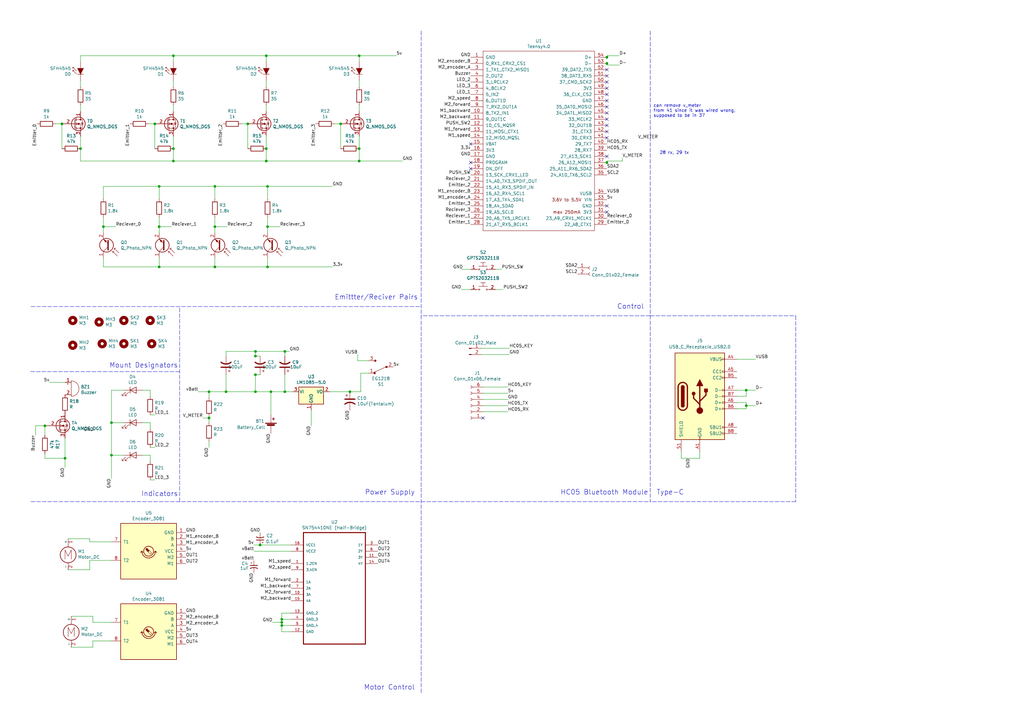
<source format=kicad_sch>
(kicad_sch (version 20211123) (generator eeschema)
  (paper "A3")
  (lib_symbols
    (symbol "Connector:Conn_01x02_Female" (pin_names (offset 1.016) hide)
      (property "Reference" "J" (at 0 2.54 0))
      (property "Value" "Conn_01x02_Female" (at 0 -5.08 0))
      (symbol "Conn_01x02_Female_1_1"
        (pin passive line (at -5.08 0 0) (length 3.81) (name "Pin_1") (number "1"))
        (pin passive line (at -5.08 -2.54 0) (length 3.81) (name "Pin_2") (number "2"))
      )
    )
    (symbol "Connector:Conn_01x02_Male" (pin_names (offset 1.016) hide)
      (property "Reference" "J" (at 0 2.54 0))
      (property "Value" "Conn_01x02_Male" (at 0 -5.08 0))
      (symbol "Conn_01x02_Male_1_1"
        (pin passive line (at 5.08 0 180) (length 3.81) (name "Pin_1") (number "1"))
        (pin passive line (at 5.08 -2.54 180) (length 3.81) (name "Pin_2") (number "2"))
      )
    )
    (symbol "Connector:Conn_01x06_Female" (pin_names (offset 1.016) hide)
      (property "Reference" "J" (at 0 7.62 0))
      (property "Value" "Conn_01x06_Female" (at 0 -10.16 0))
      (symbol "Conn_01x06_Female_1_1"
        (pin passive line (at -5.08 5.08 0) (length 3.81) (name "Pin_1") (number "1"))
        (pin passive line (at -5.08 2.54 0) (length 3.81) (name "Pin_2") (number "2"))
        (pin passive line (at -5.08 0 0) (length 3.81) (name "Pin_3") (number "3"))
        (pin passive line (at -5.08 -2.54 0) (length 3.81) (name "Pin_4") (number "4"))
        (pin passive line (at -5.08 -5.08 0) (length 3.81) (name "Pin_5") (number "5"))
        (pin passive line (at -5.08 -7.62 0) (length 3.81) (name "Pin_6") (number "6"))
      )
    )
    (symbol "Connector:USB_C_Receptacle_USB2.0" (pin_names (offset 1.016))
      (property "Reference" "J" (at -10.16 19.05 0))
      (property "Value" "USB_C_Receptacle_USB2.0" (at 19.05 19.05 0))
      (symbol "USB_C_Receptacle_USB2.0_1_1"
        (pin passive line (at 0 -22.86 90) (length 5.08) (name "GND") (number "A1"))
        (pin passive line (at 0 -22.86 90) (length 5.08) hide (name "GND") (number "A12"))
        (pin passive line (at 15.24 15.24 180) (length 5.08) (name "VBUS") (number "A4"))
        (pin bidirectional line (at 15.24 10.16 180) (length 5.08) (name "CC1") (number "A5"))
        (pin bidirectional line (at 15.24 -2.54 180) (length 5.08) (name "D+") (number "A6"))
        (pin bidirectional line (at 15.24 2.54 180) (length 5.08) (name "D-") (number "A7"))
        (pin bidirectional line (at 15.24 -12.7 180) (length 5.08) (name "SBU1") (number "A8"))
        (pin passive line (at 15.24 15.24 180) (length 5.08) hide (name "VBUS") (number "A9"))
        (pin passive line (at 0 -22.86 90) (length 5.08) hide (name "GND") (number "B1"))
        (pin passive line (at 0 -22.86 90) (length 5.08) hide (name "GND") (number "B12"))
        (pin passive line (at 15.24 15.24 180) (length 5.08) hide (name "VBUS") (number "B4"))
        (pin bidirectional line (at 15.24 7.62 180) (length 5.08) (name "CC2") (number "B5"))
        (pin bidirectional line (at 15.24 -5.08 180) (length 5.08) (name "D+") (number "B6"))
        (pin bidirectional line (at 15.24 0 180) (length 5.08) (name "D-") (number "B7"))
        (pin bidirectional line (at 15.24 -15.24 180) (length 5.08) (name "SBU2") (number "B8"))
        (pin passive line (at 15.24 15.24 180) (length 5.08) hide (name "VBUS") (number "B9"))
        (pin passive line (at -7.62 -22.86 90) (length 5.08) (name "SHIELD") (number "S1"))
      )
    )
    (symbol "Device:R" (pin_numbers hide) (pin_names (offset 0))
      (property "Reference" "R" (at 2.032 0 90))
      (property "Value" "R" (at 0 0 90))
      (symbol "R_1_1"
        (pin passive line (at 0 3.81 270) (length 1.27) (name "~") (number "1"))
        (pin passive line (at 0 -3.81 90) (length 1.27) (name "~") (number "2"))
      )
    )
    (symbol "SN754410NE:SN754410NE" (pin_names (offset 1.016))
      (property "Reference" "U" (at -5.6388 22.225 0))
      (property "Value" "SN754410NE" (at -5.4102 -27.8892 0))
      (symbol "SN754410NE_0_0"
        (pin input line (at -17.78 7.62 0) (length 5.08) (name "1,2EN") (number "1"))
        (pin input line (at -17.78 -5.08 0) (length 5.08) (name "3A") (number "10"))
        (pin output line (at 17.78 10.16 180) (length 5.08) (name "3Y") (number "11"))
        (pin passive line (at -17.78 -20.32 0) (length 5.08) (name "GND") (number "12"))
        (pin passive line (at -17.78 -12.7 0) (length 5.08) (name "GND_2") (number "13"))
        (pin output line (at 17.78 7.62 180) (length 5.08) (name "4Y") (number "14"))
        (pin input line (at -17.78 -7.62 0) (length 5.08) (name "4A") (number "15"))
        (pin power_in line (at -17.78 15.24 0) (length 5.08) (name "VCC1") (number "16"))
        (pin input line (at -17.78 0 0) (length 5.08) (name "1A") (number "2"))
        (pin output line (at 17.78 15.24 180) (length 5.08) (name "1Y") (number "3"))
        (pin passive line (at -17.78 -15.24 0) (length 5.08) (name "GND_3") (number "4"))
        (pin passive line (at -17.78 -17.78 0) (length 5.08) (name "GND_4") (number "5"))
        (pin output line (at 17.78 12.7 180) (length 5.08) (name "2Y") (number "6"))
        (pin input line (at -17.78 -2.54 0) (length 5.08) (name "2A") (number "7"))
        (pin power_in line (at -17.78 12.7 0) (length 5.08) (name "VCC2") (number "8"))
        (pin input line (at -17.78 5.08 0) (length 5.08) (name "3,4EN") (number "9"))
      )
    )
    (symbol "encoder_3081:Encoder_3081" (pin_names (offset 1.016))
      (property "Reference" "U" (at -5.08 14.605 0))
      (property "Value" "Encoder_3081" (at -5.08 12.7 0))
      (symbol "Encoder_3081_1_1"
        (pin power_out line (at 15.24 7.62 180) (length 3.81) (name "GND") (number "1"))
        (pin output line (at 15.24 5.08 180) (length 3.81) (name "B") (number "2"))
        (pin output line (at 15.24 2.54 180) (length 3.81) (name "A") (number "3"))
        (pin power_in line (at 15.24 0 180) (length 3.81) (name "VCC") (number "4"))
        (pin input line (at 15.24 -2.54 180) (length 3.81) (name "M2") (number "5"))
        (pin passive line (at 15.24 -5.08 180) (length 3.81) (name "M1") (number "6"))
        (pin passive line (at -15.24 3.81 0) (length 3.81) (name "T1") (number "7"))
        (pin passive line (at -15.24 -3.81 0) (length 3.81) (name "T2") (number "8"))
      )
    )
    (symbol "mouse-rescue:EG1218-dk_Slide-Switches" (pin_names (offset 0))
      (property "Reference" "S" (at -3.81 2.286 0))
      (property "Value" "EG1218-dk_Slide-Switches" (at 0 -5.334 0))
      (symbol "EG1218-dk_Slide-Switches_1_1"
        (pin passive line (at 5.08 2.54 180) (length 2.54) (name "~") (number "1"))
        (pin passive line (at -5.08 0 0) (length 2.54) (name "~") (number "2"))
        (pin passive line (at 5.08 -2.54 180) (length 2.54) (name "~") (number "3"))
      )
    )
    (symbol "mouse_v2-rescue:Battery_Cell-Device" (pin_numbers hide) (pin_names (offset 0) hide)
      (property "Reference" "BT" (at 2.54 2.54 0))
      (property "Value" "Battery_Cell-Device" (at 2.54 0 0))
      (symbol "Battery_Cell-Device_1_1"
        (pin passive line (at 0 5.08 270) (length 2.54) (name "+") (number "1"))
        (pin passive line (at 0 -2.54 90) (length 2.54) (name "-") (number "2"))
      )
    )
    (symbol "mouse_v2-rescue:Buzzer-Device" (pin_names (offset 0.0254) hide)
      (property "Reference" "BZ" (at 3.81 1.27 0))
      (property "Value" "Buzzer-Device" (at 3.81 -1.27 0))
      (symbol "Buzzer-Device_1_1"
        (pin passive line (at -2.54 2.54 0) (length 2.54) (name "-") (number "1"))
        (pin passive line (at -2.54 -2.54 0) (length 2.54) (name "+") (number "2"))
      )
    )
    (symbol "mouse_v2-rescue:CP1-Device" (pin_numbers hide) (pin_names (offset 0.254) hide)
      (property "Reference" "C" (at 0.635 2.54 0))
      (property "Value" "CP1-Device" (at 0.635 -2.54 0))
      (symbol "CP1-Device_1_1"
        (pin passive line (at 0 3.81 270) (length 2.794) (name "~") (number "1"))
        (pin passive line (at 0 -3.81 90) (length 3.302) (name "~") (number "2"))
      )
    )
    (symbol "mouse_v2-rescue:CP1_Small-Device" (pin_numbers hide) (pin_names (offset 0.254) hide)
      (property "Reference" "C" (at 0.254 1.778 0))
      (property "Value" "CP1_Small-Device" (at 0.254 -2.032 0))
      (symbol "CP1_Small-Device_1_1"
        (pin passive line (at 0 2.54 270) (length 2.032) (name "~") (number "1"))
        (pin passive line (at 0 -2.54 90) (length 2.032) (name "~") (number "2"))
      )
    )
    (symbol "mouse_v2-rescue:GPTS203211B-dk_Pushbutton-Switches" (pin_names (offset 1.016))
      (property "Reference" "S" (at -3.81 3.81 0))
      (property "Value" "GPTS203211B-dk_Pushbutton-Switches" (at 0 -2.54 0))
      (symbol "GPTS203211B-dk_Pushbutton-Switches_1_1"
        (pin passive line (at -5.08 0 0) (length 2.54) (name "~") (number "1"))
        (pin passive line (at 5.08 0 180) (length 2.54) (name "~") (number "2"))
      )
    )
    (symbol "mouse_v2-rescue:IRL81A-LED" (pin_numbers hide) (pin_names (offset 1.016) hide)
      (property "Reference" "D" (at 0.508 1.778 0))
      (property "Value" "IRL81A-LED" (at -1.016 -2.794 0))
      (symbol "IRL81A-LED_1_1"
        (pin passive line (at -5.08 0 0) (length 2.54) (name "K") (number "1"))
        (pin passive line (at 2.54 0 180) (length 2.54) (name "A") (number "2"))
      )
    )
    (symbol "mouse_v2-rescue:LED-Device" (pin_numbers hide) (pin_names (offset 1.016) hide)
      (property "Reference" "D" (at 0 2.54 0))
      (property "Value" "LED-Device" (at 0 -2.54 0))
      (symbol "LED-Device_1_1"
        (pin passive line (at -3.81 0 0) (length 2.54) (name "K") (number "1"))
        (pin passive line (at 3.81 0 180) (length 2.54) (name "A") (number "2"))
      )
    )
    (symbol "mouse_v2-rescue:LM1084-5.0-Regulator_Linear" (pin_names (offset 0.254))
      (property "Reference" "U" (at -3.81 3.175 0))
      (property "Value" "LM1084-5.0-Regulator_Linear" (at 0 3.175 0))
      (symbol "LM1084-5.0-Regulator_Linear_1_1"
        (pin power_in line (at 0 -7.62 90) (length 2.54) (name "GND") (number "1"))
        (pin power_out line (at 7.62 0 180) (length 2.54) (name "VO") (number "2"))
        (pin power_in line (at -7.62 0 0) (length 2.54) (name "VI") (number "3"))
      )
    )
    (symbol "mouse_v2-rescue:Motor_DC-Motor" (pin_names (offset 0))
      (property "Reference" "M" (at 2.54 2.54 0))
      (property "Value" "Motor_DC-Motor" (at 2.54 -5.08 0))
      (symbol "Motor_DC-Motor_1_1"
        (pin passive line (at 0 5.08 270) (length 2.54) (name "+") (number "1"))
        (pin passive line (at 0 -7.62 90) (length 2.54) (name "-") (number "2"))
      )
    )
    (symbol "mouse_v2-rescue:MountingHole-Mechanical" (pin_names (offset 1.016))
      (property "Reference" "H" (at 0 5.08 0))
      (property "Value" "MountingHole-Mechanical" (at 0 3.175 0))
    )
    (symbol "mouse_v2-rescue:Q_NMOS_DGS-Device" (pin_names (offset 0) hide)
      (property "Reference" "Q" (at 5.08 1.27 0))
      (property "Value" "Q_NMOS_DGS-Device" (at 5.08 -1.27 0))
      (symbol "Q_NMOS_DGS-Device_1_1"
        (pin passive line (at 2.54 5.08 270) (length 2.54) (name "D") (number "1"))
        (pin input line (at -5.08 0 0) (length 5.08) (name "G") (number "2"))
        (pin passive line (at 2.54 -5.08 90) (length 2.54) (name "S") (number "3"))
      )
    )
    (symbol "mouse_v2-rescue:Q_Photo_NPN-Device" (pin_names (offset 0) hide)
      (property "Reference" "Q" (at 5.08 1.27 0))
      (property "Value" "Q_Photo_NPN-Device" (at 5.08 -1.27 0))
      (symbol "Q_Photo_NPN-Device_1_1"
        (pin passive line (at 2.54 5.08 270) (length 2.54) (name "C") (number "1"))
        (pin passive line (at 2.54 -5.08 90) (length 2.54) (name "E") (number "2"))
      )
    )
    (symbol "mouse_v2-rescue:R-Device" (pin_numbers hide) (pin_names (offset 0))
      (property "Reference" "R" (at 2.032 0 90))
      (property "Value" "R-Device" (at 0 0 90))
      (symbol "R-Device_1_1"
        (pin passive line (at 0 3.81 270) (length 1.27) (name "~") (number "1"))
        (pin passive line (at 0 -3.81 90) (length 1.27) (name "~") (number "2"))
      )
    )
    (symbol "teensy:Teensy4.0" (pin_names (offset 1.016))
      (property "Reference" "U" (at 0 39.37 0))
      (property "Value" "Teensy4.0" (at 0 -39.37 0))
      (symbol "Teensy4.0_0_0"
        (text "3.6V to 5.5V" (at 11.43 -24.13 0) (effects (font (size 1.27 1.27))))
        (text "max 250mA" (at 11.43 -29.21 0) (effects (font (size 1.27 1.27))))
        (pin bidirectional line (at -27.94 11.43 0) (length 5.08) (name "8_TX2_IN1") (number "10"))
        (pin bidirectional line (at -27.94 8.89 0) (length 5.08) (name "9_OUT1C") (number "11"))
        (pin bidirectional line (at -27.94 6.35 0) (length 5.08) (name "10_CS_MQSR") (number "12"))
        (pin bidirectional line (at -27.94 3.81 0) (length 5.08) (name "11_MOSI_CTX1") (number "13"))
        (pin bidirectional line (at -27.94 1.27 0) (length 5.08) (name "12_MISO_MQSL") (number "14"))
        (pin power_in line (at -27.94 -1.27 0) (length 5.08) (name "VBAT") (number "15"))
        (pin power_in line (at -27.94 -3.81 0) (length 5.08) (name "3V3") (number "16"))
        (pin power_in line (at -27.94 -6.35 0) (length 5.08) (name "GND") (number "17"))
        (pin input line (at -27.94 -8.89 0) (length 5.08) (name "PROGRAM") (number "18"))
        (pin input line (at -27.94 -11.43 0) (length 5.08) (name "ON_OFF") (number "19"))
        (pin bidirectional line (at -27.94 -13.97 0) (length 5.08) (name "13_SCK_CRX1_LED") (number "20"))
        (pin bidirectional line (at -27.94 -16.51 0) (length 5.08) (name "14_A0_TX3_SPDIF_OUT") (number "21"))
        (pin bidirectional line (at -27.94 -19.05 0) (length 5.08) (name "15_A1_RX3_SPDIF_IN") (number "22"))
        (pin bidirectional line (at -27.94 -21.59 0) (length 5.08) (name "16_A2_RX4_SCL1") (number "23"))
        (pin bidirectional line (at -27.94 -24.13 0) (length 5.08) (name "17_A3_TX4_SDA1") (number "24"))
        (pin bidirectional line (at -27.94 -26.67 0) (length 5.08) (name "18_A4_SDA0") (number "25"))
        (pin bidirectional line (at -27.94 -29.21 0) (length 5.08) (name "19_A5_SCL0") (number "26"))
        (pin bidirectional line (at -27.94 -31.75 0) (length 5.08) (name "20_A6_TX5_LRCLK1") (number "27"))
        (pin bidirectional line (at -27.94 -34.29 0) (length 5.08) (name "21_A7_RX5_BCLK1") (number "28"))
        (pin bidirectional line (at 27.94 -34.29 180) (length 5.08) (name "22_A8_CTX1") (number "29"))
        (pin bidirectional line (at 27.94 -31.75 180) (length 5.08) (name "23_A9_CRX1_MCLK1") (number "30"))
        (pin power_out line (at 27.94 -29.21 180) (length 5.08) (name "3V3") (number "31"))
        (pin power_in line (at 27.94 -26.67 180) (length 5.08) (name "GND") (number "32"))
        (pin power_in line (at 27.94 -24.13 180) (length 5.08) (name "VIN") (number "33"))
        (pin power_out line (at 27.94 -21.59 180) (length 5.08) (name "VUSB") (number "34"))
        (pin bidirectional line (at 27.94 -13.97 180) (length 5.08) (name "24_A10_TX6_SCL2") (number "35"))
        (pin bidirectional line (at 27.94 -11.43 180) (length 5.08) (name "25_A11_RX6_SDA2") (number "36"))
        (pin bidirectional line (at 27.94 -8.89 180) (length 5.08) (name "26_A12_MOSI1") (number "37"))
        (pin bidirectional line (at 27.94 -6.35 180) (length 5.08) (name "27_A13_SCK1") (number "38"))
        (pin bidirectional line (at 27.94 -3.81 180) (length 5.08) (name "28_RX7") (number "39"))
        (pin bidirectional line (at 27.94 -1.27 180) (length 5.08) (name "29_TX7") (number "40"))
        (pin bidirectional line (at 27.94 1.27 180) (length 5.08) (name "30_CRX3") (number "41"))
        (pin bidirectional line (at 27.94 3.81 180) (length 5.08) (name "31_CTX3") (number "42"))
        (pin bidirectional line (at 27.94 6.35 180) (length 5.08) (name "32_OUT1B") (number "43"))
        (pin bidirectional line (at 27.94 8.89 180) (length 5.08) (name "33_MCLK2") (number "44"))
        (pin bidirectional line (at 27.94 11.43 180) (length 5.08) (name "34_DAT1_MISO2") (number "45"))
        (pin bidirectional line (at 27.94 13.97 180) (length 5.08) (name "35_DAT0_MOSI2") (number "46"))
        (pin power_out line (at 27.94 16.51 180) (length 5.08) (name "GND") (number "47"))
        (pin bidirectional line (at 27.94 19.05 180) (length 5.08) (name "36_CLK_CS2") (number "48"))
        (pin power_out line (at 27.94 21.59 180) (length 5.08) (name "3V3") (number "49"))
        (pin bidirectional line (at -27.94 24.13 0) (length 5.08) (name "3_LRCLK2") (number "5"))
        (pin bidirectional line (at 27.94 24.13 180) (length 5.08) (name "37_CMD_SCK2") (number "50"))
        (pin bidirectional line (at 27.94 26.67 180) (length 5.08) (name "38_DAT3_RX5") (number "51"))
        (pin bidirectional line (at 27.94 29.21 180) (length 5.08) (name "39_DAT2_TX5") (number "52"))
        (pin bidirectional line (at 27.94 31.75 180) (length 5.08) (name "D-") (number "53"))
        (pin bidirectional line (at 27.94 34.29 180) (length 5.08) (name "D+") (number "54"))
        (pin bidirectional line (at -27.94 21.59 0) (length 5.08) (name "4_BCLK2") (number "6"))
        (pin bidirectional line (at -27.94 19.05 0) (length 5.08) (name "5_IN2") (number "7"))
        (pin bidirectional line (at -27.94 16.51 0) (length 5.08) (name "6_OUT1D") (number "8"))
        (pin bidirectional line (at -27.94 13.97 0) (length 5.08) (name "7_RX2_OUT1A") (number "9"))
      )
      (symbol "Teensy4.0_1_1"
        (pin power_in line (at -27.94 34.29 0) (length 5.08) (name "GND") (number "1"))
        (pin bidirectional line (at -27.94 31.75 0) (length 5.08) (name "0_RX1_CRX2_CS1") (number "2"))
        (pin bidirectional line (at -27.94 29.21 0) (length 5.08) (name "1_TX1_CTX2_MISO1") (number "3"))
        (pin bidirectional line (at -27.94 26.67 0) (length 5.08) (name "2_OUT2") (number "4"))
      )
    )
  )
  (junction (at 71.12 22.86))
  (junction (at 63.5 50.8))
  (junction (at 116.84 144.145))
  (junction (at 42.418 92.964))
  (junction (at 109.22 22.86))
  (junction (at 88.138 92.964))
  (junction (at 109.728 109.474))
  (junction (at 116.84 160.655))
  (junction (at 104.775 146.05))
  (junction (at 115.57 254))
  (junction (at 139.7 50.8))
  (junction (at 306.07 160.02))
  (junction (at 306.07 166.37))
  (junction (at 111.125 160.655))
  (junction (at 248.92 26.035))
  (junction (at 109.22 60.96))
  (junction (at 109.728 92.964))
  (junction (at 248.92 23.495))
  (junction (at 65.278 109.474))
  (junction (at 147.32 66.04))
  (junction (at 109.728 76.454))
  (junction (at 85.725 171.45))
  (junction (at 33.02 60.96))
  (junction (at 147.32 22.86))
  (junction (at 65.278 92.964))
  (junction (at 88.138 109.474))
  (junction (at 109.22 66.04))
  (junction (at 18.415 174.625))
  (junction (at 71.12 66.04))
  (junction (at 45.72 186.69))
  (junction (at 106.68 223.52))
  (junction (at 88.138 76.454))
  (junction (at 71.12 60.96))
  (junction (at 25.4 50.8))
  (junction (at 104.775 144.145))
  (junction (at 26.67 187.96))
  (junction (at 104.775 160.655))
  (junction (at 65.278 76.454))
  (junction (at 248.92 66.675))
  (junction (at 92.71 160.655))
  (junction (at 143.51 160.655))
  (junction (at 85.725 160.655))
  (junction (at 104.775 153.67))
  (junction (at 101.6 50.8))
  (junction (at 115.57 256.54))
  (junction (at 45.72 173.355))
  (junction (at 115.57 255.27))
  (junction (at 147.32 60.96))
  (no_connect (at 248.92 31.115))
  (no_connect (at 198.12 171.45))
  (no_connect (at 248.92 51.435))
  (no_connect (at 248.92 64.135))
  (no_connect (at 248.92 48.895))
  (no_connect (at 248.92 43.815))
  (no_connect (at 248.92 86.995))
  (no_connect (at 193.04 69.215))
  (no_connect (at 193.04 59.055))
  (no_connect (at 248.92 84.455))
  (no_connect (at 248.92 53.975))
  (no_connect (at 248.92 56.515))
  (no_connect (at 248.92 33.655))
  (no_connect (at 248.92 36.195))
  (no_connect (at 248.92 46.355))
  (no_connect (at 193.04 66.675))
  (no_connect (at 248.92 38.735))
  (no_connect (at 248.92 28.575))
  (no_connect (at 248.92 41.275))
  (wire (pts (xy 99.06 50.8) (xy 101.6 50.8)))
  (wire (pts (xy 61.595 173.355) (xy 58.42 173.355)))
  (wire (pts (xy 302.26 160.02) (xy 306.07 160.02)))
  (wire (pts (xy 198.12 166.37) (xy 208.28 166.37)))
  (wire (pts (xy 104.14 146.05) (xy 104.775 146.05)))
  (wire (pts (xy 116.84 146.05) (xy 116.84 144.145)))
  (wire (pts (xy 109.728 105.664) (xy 109.728 109.474)))
  (wire (pts (xy 50.8 160.02) (xy 45.72 160.02)))
  (wire (pts (xy 61.595 162.56) (xy 61.595 160.02)))
  (wire (pts (xy 65.278 92.964) (xy 70.358 92.964)))
  (wire (pts (xy 92.71 153.67) (xy 92.71 160.655)))
  (wire (pts (xy 147.32 60.96) (xy 147.32 66.04)))
  (wire (pts (xy 198.12 163.83) (xy 208.28 163.83)))
  (wire (pts (xy 71.12 66.04) (xy 109.22 66.04)))
  (wire (pts (xy 104.14 226.06) (xy 119.38 226.06)))
  (polyline (pts (xy 73.66 205.74) (xy 73.66 125.73)))
  (wire (pts (xy 65.278 89.154) (xy 65.278 92.964)))
  (wire (pts (xy 109.728 109.474) (xy 136.398 109.474)))
  (wire (pts (xy 147.32 66.04) (xy 165.1 66.04)))
  (wire (pts (xy 104.775 160.655) (xy 111.125 160.655)))
  (wire (pts (xy 302.26 167.64) (xy 306.07 167.64)))
  (wire (pts (xy 71.12 55.88) (xy 71.12 60.96)))
  (wire (pts (xy 18.415 178.435) (xy 18.415 174.625)))
  (wire (pts (xy 33.02 60.96) (xy 33.02 66.04)))
  (wire (pts (xy 85.725 171.45) (xy 83.185 171.45)))
  (wire (pts (xy 254 22.86) (xy 248.92 22.86)))
  (wire (pts (xy 248.92 23.495) (xy 248.92 24.13)))
  (wire (pts (xy 135.255 160.655) (xy 143.51 160.655)))
  (wire (pts (xy 139.7 50.8) (xy 139.7 60.96)))
  (polyline (pts (xy 326.39 129.54) (xy 326.39 205.74)))
  (wire (pts (xy 92.71 144.145) (xy 92.71 146.05)))
  (wire (pts (xy 206.375 118.745) (xy 203.2 118.745)))
  (wire (pts (xy 109.728 81.534) (xy 109.728 76.454)))
  (wire (pts (xy 109.22 43.18) (xy 109.22 45.72)))
  (wire (pts (xy 151.13 147.955) (xy 146.685 147.955)))
  (wire (pts (xy 61.595 160.02) (xy 58.42 160.02)))
  (wire (pts (xy 85.725 173.355) (xy 85.725 171.45)))
  (polyline (pts (xy 12.7 125.73) (xy 172.72 125.73)))
  (wire (pts (xy 151.13 153.035) (xy 147.955 153.035)))
  (wire (pts (xy 109.22 60.96) (xy 109.22 66.04)))
  (wire (pts (xy 65.278 105.664) (xy 65.278 109.474)))
  (wire (pts (xy 109.728 92.964) (xy 109.728 89.154)))
  (wire (pts (xy 248.92 67.31) (xy 248.92 66.675)))
  (wire (pts (xy 63.5 50.8) (xy 63.5 60.96)))
  (wire (pts (xy 115.57 255.27) (xy 115.57 256.54)))
  (wire (pts (xy 279.4 185.42) (xy 279.4 187.96)))
  (wire (pts (xy 198.12 158.75) (xy 208.28 158.75)))
  (wire (pts (xy 88.138 92.964) (xy 88.138 95.504)))
  (wire (pts (xy 33.02 55.88) (xy 33.02 60.96)))
  (wire (pts (xy 255.27 66.04) (xy 255.27 64.77)))
  (wire (pts (xy 111.125 160.655) (xy 116.84 160.655)))
  (wire (pts (xy 18.415 186.055) (xy 18.415 187.96)))
  (wire (pts (xy 26.67 187.96) (xy 26.67 191.77)))
  (wire (pts (xy 115.57 255.27) (xy 111.76 255.27)))
  (wire (pts (xy 306.07 162.56) (xy 306.07 160.02)))
  (wire (pts (xy 147.32 25.4) (xy 147.32 22.86)))
  (wire (pts (xy 104.775 146.05) (xy 104.775 144.145)))
  (wire (pts (xy 147.32 33.02) (xy 147.32 35.56)))
  (wire (pts (xy 302.26 162.56) (xy 306.07 162.56)))
  (wire (pts (xy 26.67 179.705) (xy 26.67 187.96)))
  (wire (pts (xy 45.72 222.25) (xy 36.83 222.25)))
  (polyline (pts (xy 73.66 152.4) (xy 12.065 152.4)))
  (wire (pts (xy 33.02 22.86) (xy 33.02 25.4)))
  (wire (pts (xy 60.96 50.8) (xy 63.5 50.8)))
  (wire (pts (xy 88.138 109.474) (xy 109.728 109.474)))
  (wire (pts (xy 29.21 265.43) (xy 38.1 265.43)))
  (wire (pts (xy 45.72 255.27) (xy 38.1 255.27)))
  (wire (pts (xy 189.23 110.49) (xy 193.04 110.49)))
  (wire (pts (xy 104.14 153.67) (xy 104.775 153.67)))
  (wire (pts (xy 104.775 146.05) (xy 106.68 146.05)))
  (wire (pts (xy 119.38 223.52) (xy 106.68 223.52)))
  (wire (pts (xy 42.418 81.534) (xy 42.418 76.454)))
  (wire (pts (xy 147.955 153.035) (xy 147.955 160.655)))
  (wire (pts (xy 197.485 142.875) (xy 208.915 142.875)))
  (wire (pts (xy 109.22 22.86) (xy 109.22 25.4)))
  (wire (pts (xy 85.725 163.195) (xy 85.725 160.655)))
  (wire (pts (xy 65.278 81.534) (xy 65.278 76.454)))
  (wire (pts (xy 71.12 60.96) (xy 71.12 66.04)))
  (wire (pts (xy 119.38 251.46) (xy 115.57 251.46)))
  (wire (pts (xy 85.725 160.655) (xy 92.71 160.655)))
  (wire (pts (xy 115.57 254) (xy 115.57 255.27)))
  (wire (pts (xy 45.72 186.69) (xy 45.72 196.215)))
  (wire (pts (xy 109.728 76.454) (xy 136.398 76.454)))
  (wire (pts (xy 302.26 165.1) (xy 306.07 165.1)))
  (wire (pts (xy 106.68 223.52) (xy 104.14 223.52)))
  (polyline (pts (xy 266.7 12.7) (xy 266.7 205.74)))
  (wire (pts (xy 147.32 55.88) (xy 147.32 60.96)))
  (wire (pts (xy 104.775 144.145) (xy 116.84 144.145)))
  (wire (pts (xy 71.12 43.18) (xy 71.12 45.72)))
  (wire (pts (xy 25.4 50.8) (xy 25.4 60.96)))
  (wire (pts (xy 36.83 222.25) (xy 36.83 220.98)))
  (wire (pts (xy 193.04 118.745) (xy 189.23 118.745)))
  (wire (pts (xy 36.83 229.87) (xy 36.83 233.68)))
  (wire (pts (xy 115.57 259.08) (xy 119.38 259.08)))
  (wire (pts (xy 109.22 55.88) (xy 109.22 60.96)))
  (wire (pts (xy 104.775 153.67) (xy 104.775 160.655)))
  (wire (pts (xy 42.418 92.964) (xy 47.498 92.964)))
  (wire (pts (xy 120.015 160.655) (xy 116.84 160.655)))
  (wire (pts (xy 248.92 26.67) (xy 254 26.67)))
  (wire (pts (xy 306.07 160.02) (xy 309.88 160.02)))
  (wire (pts (xy 248.92 26.035) (xy 248.92 26.67)))
  (wire (pts (xy 71.12 22.86) (xy 71.12 25.4)))
  (wire (pts (xy 203.2 110.49) (xy 205.74 110.49)))
  (wire (pts (xy 33.02 66.04) (xy 71.12 66.04)))
  (wire (pts (xy 85.725 171.45) (xy 85.725 170.815)))
  (polyline (pts (xy 266.7 129.54) (xy 326.39 129.54)))
  (wire (pts (xy 14.605 174.625) (xy 14.605 178.435)))
  (wire (pts (xy 116.84 153.67) (xy 116.84 160.655)))
  (wire (pts (xy 61.595 175.895) (xy 61.595 173.355)))
  (wire (pts (xy 287.02 187.96) (xy 287.02 185.42)))
  (wire (pts (xy 42.418 76.454) (xy 65.278 76.454)))
  (wire (pts (xy 50.8 186.69) (xy 45.72 186.69)))
  (wire (pts (xy 88.138 81.534) (xy 88.138 76.454)))
  (wire (pts (xy 88.138 105.664) (xy 88.138 109.474)))
  (wire (pts (xy 63.5 170.18) (xy 61.595 170.18)))
  (wire (pts (xy 36.83 220.98) (xy 27.94 220.98)))
  (wire (pts (xy 127.635 168.275) (xy 127.635 174.625)))
  (wire (pts (xy 137.16 50.8) (xy 139.7 50.8)))
  (wire (pts (xy 109.728 92.964) (xy 114.808 92.964)))
  (wire (pts (xy 38.1 265.43) (xy 38.1 262.89)))
  (wire (pts (xy 61.595 189.23) (xy 61.595 186.69)))
  (wire (pts (xy 45.72 173.355) (xy 45.72 186.69)))
  (wire (pts (xy 71.12 22.86) (xy 33.02 22.86)))
  (wire (pts (xy 61.595 186.69) (xy 58.42 186.69)))
  (wire (pts (xy 19.05 174.625) (xy 18.415 174.625)))
  (wire (pts (xy 147.32 43.18) (xy 147.32 45.72)))
  (wire (pts (xy 248.92 22.86) (xy 248.92 23.495)))
  (wire (pts (xy 22.86 50.8) (xy 25.4 50.8)))
  (wire (pts (xy 306.07 166.37) (xy 309.88 166.37)))
  (wire (pts (xy 248.92 66.04) (xy 255.27 66.04)))
  (wire (pts (xy 65.278 76.454) (xy 88.138 76.454)))
  (wire (pts (xy 18.415 174.625) (xy 14.605 174.625)))
  (wire (pts (xy 18.415 187.96) (xy 26.67 187.96)))
  (wire (pts (xy 42.418 89.154) (xy 42.418 92.964)))
  (wire (pts (xy 109.22 66.04) (xy 147.32 66.04)))
  (wire (pts (xy 248.92 66.675) (xy 248.92 66.04)))
  (wire (pts (xy 65.278 109.474) (xy 88.138 109.474)))
  (wire (pts (xy 92.71 144.145) (xy 104.775 144.145)))
  (wire (pts (xy 45.72 229.87) (xy 36.83 229.87)))
  (wire (pts (xy 65.278 92.964) (xy 65.278 95.504)))
  (wire (pts (xy 36.83 233.68) (xy 27.94 233.68)))
  (wire (pts (xy 115.57 251.46) (xy 115.57 254)))
  (wire (pts (xy 111.125 160.655) (xy 111.125 170.18)))
  (wire (pts (xy 302.26 147.32) (xy 309.88 147.32)))
  (wire (pts (xy 306.07 165.1) (xy 306.07 166.37)))
  (wire (pts (xy 116.84 144.145) (xy 118.745 144.145)))
  (wire (pts (xy 306.07 167.64) (xy 306.07 166.37)))
  (wire (pts (xy 42.418 109.474) (xy 65.278 109.474)))
  (wire (pts (xy 146.685 147.955) (xy 146.685 145.415)))
  (wire (pts (xy 38.1 255.27) (xy 38.1 252.73)))
  (wire (pts (xy 109.22 22.86) (xy 71.12 22.86)))
  (wire (pts (xy 42.418 109.474) (xy 42.418 105.664)))
  (wire (pts (xy 147.32 22.86) (xy 162.56 22.86)))
  (wire (pts (xy 115.57 256.54) (xy 115.57 259.08)))
  (polyline (pts (xy 172.72 12.7) (xy 172.72 284.48)))
  (wire (pts (xy 109.728 95.504) (xy 109.728 92.964)))
  (wire (pts (xy 88.138 89.154) (xy 88.138 92.964)))
  (wire (pts (xy 101.6 50.8) (xy 101.6 60.96)))
  (polyline (pts (xy 266.7 129.54) (xy 172.72 129.54)))
  (wire (pts (xy 33.02 43.18) (xy 33.02 45.72)))
  (wire (pts (xy 143.51 160.655) (xy 147.955 160.655)))
  (wire (pts (xy 198.12 168.91) (xy 208.28 168.91)))
  (wire (pts (xy 197.485 145.415) (xy 208.915 145.415)))
  (wire (pts (xy 45.72 160.02) (xy 45.72 173.355)))
  (wire (pts (xy 42.418 92.964) (xy 42.418 95.504)))
  (wire (pts (xy 71.12 33.02) (xy 71.12 35.56)))
  (wire (pts (xy 198.12 161.29) (xy 208.28 161.29)))
  (wire (pts (xy 50.8 173.355) (xy 45.72 173.355)))
  (wire (pts (xy 63.5 183.515) (xy 61.595 183.515)))
  (wire (pts (xy 63.5 196.85) (xy 61.595 196.85)))
  (wire (pts (xy 104.775 153.67) (xy 106.68 153.67)))
  (wire (pts (xy 92.71 160.655) (xy 104.775 160.655)))
  (wire (pts (xy 33.02 33.02) (xy 33.02 35.56)))
  (wire (pts (xy 88.138 76.454) (xy 109.728 76.454)))
  (polyline (pts (xy 326.39 205.74) (xy 266.7 205.74)))
  (wire (pts (xy 147.32 22.86) (xy 109.22 22.86)))
  (wire (pts (xy 38.1 262.89) (xy 45.72 262.89)))
  (wire (pts (xy 119.38 256.54) (xy 115.57 256.54)))
  (wire (pts (xy 109.22 33.02) (xy 109.22 35.56)))
  (wire (pts (xy 88.138 92.964) (xy 93.218 92.964)))
  (wire (pts (xy 248.92 25.4) (xy 248.92 26.035)))
  (wire (pts (xy 279.4 187.96) (xy 287.02 187.96)))
  (polyline (pts (xy 12.7 205.74) (xy 266.7 205.74)))
  (wire (pts (xy 38.1 252.73) (xy 29.21 252.73)))
  (wire (pts (xy 81.28 160.655) (xy 85.725 160.655)))
  (wire (pts (xy 119.38 254) (xy 115.57 254)))
  (wire (pts (xy 85.725 180.975) (xy 85.725 183.515)))
  (wire (pts (xy 26.67 156.845) (xy 20.32 156.845)))
  (text "Type-C\n" (at 269.24 203.2 0) (effects (font (size 2.0066 2.0066)) (justify left bottom)))
  (text "Power Supply" (at 170.18 203.2 180) (effects (font (size 2.0066 2.0066)) (justify right bottom)))
  (text "Motor Control\n" (at 170.18 283.21 180) (effects (font (size 2.0066 2.0066)) (justify right bottom)))
  (text "Indicators\n" (at 73.025 203.835 180) (effects (font (size 2.0066 2.0066)) (justify right bottom)))
  (text "Mount Designators\n" (at 73.025 151.13 180) (effects (font (size 2.0066 2.0066)) (justify right bottom)))
  (text "28 rx, 29 tx" (at 270.51 63.5 0) (effects (font (size 1.27 1.27)) (justify left bottom)))
  (text "Control" (at 264.16 127 180) (effects (font (size 2.0066 2.0066)) (justify right bottom)))
  (text "can remove v_meter\nfrom 41 since it was wired wrong,\nsupposed to be in 37" (at 267.97 48.26 0) (effects (font (size 1.27 1.27)) (justify left bottom)))
  (text "HC05 Bluetooth Module" (at 229.87 203.2 0) (effects (font (size 2.0066 2.0066)) (justify left bottom)))
  (text "Emittter/Reciver Pairs\n" (at 171.45 123.19 180) (effects (font (size 2.0066 2.0066)) (justify right bottom)))
  (label "3.3v" (at 193.04 61.595 180))
  (label "OUT4" (at 154.94 231.14 0))
  (label "VUSB" (at 309.88 147.32 0))
  (label "HC05_RX" (at 248.92 59.055 0))
  (label "M1_encoder_B" (at 76.2 220.98 0))
  (label "LED_3" (at 63.5 196.85 0))
  (label "M2_speed" (at 119.38 233.68 180))
  (label "Emitter_3" (at 193.04 84.455 180))
  (label "LED_3" (at 193.04 36.195 180))
  (label "D+" (at 309.88 166.37 0))
  (label "Reciever_0" (at 47.498 92.964 0))
  (label "LED_2" (at 63.5 183.515 0))
  (label "GND" (at 34.29 177.165 0))
  (label "SCL2" (at 248.92 71.755 0))
  (label "OUT4" (at 76.2 264.16 0))
  (label "GND" (at 111.76 255.27 180))
  (label "D-" (at 309.88 160.02 0))
  (label "OUT1" (at 154.94 223.52 0))
  (label "GND" (at 193.04 23.495 180))
  (label "LED_2" (at 193.04 33.655 180))
  (label "5v" (at 208.28 161.29 0))
  (label "GND" (at 136.398 76.454 0))
  (label "V_METER" (at 83.185 171.45 180))
  (label "5v" (at 76.2 259.08 0))
  (label "GND" (at 76.2 251.46 0))
  (label "M1_encoder_A" (at 193.04 81.915 180))
  (label "Reciever_3" (at 114.808 92.964 0))
  (label "M1_backward" (at 119.38 241.3 180))
  (label "M2_backward" (at 193.04 48.895 180))
  (label "GND" (at 76.2 218.44 0))
  (label "SDA2" (at 248.92 69.215 0))
  (label "M2_encoder_A" (at 76.2 256.54 0))
  (label "PUSH_SW2" (at 193.04 51.435 180))
  (label "M1_forward" (at 193.04 53.975 180))
  (label "LED_1" (at 63.5 170.18 0))
  (label "OUT1" (at 76.2 228.6 0))
  (label "5v" (at 248.92 81.915 0))
  (label "GND" (at 283.21 187.96 270))
  (label "GND" (at 165.1 66.04 0))
  (label "M2_encoder_A" (at 193.04 28.575 180))
  (label "Reciever_2" (at 193.04 74.295 180))
  (label "GND" (at 26.67 191.77 270))
  (label "GND" (at 143.51 168.275 270))
  (label "Emitter_1" (at 53.34 50.8 270))
  (label "GND" (at 193.04 64.135 180))
  (label "HC05_TX" (at 248.92 61.595 0))
  (label "Emitter_2" (at 193.04 76.835 180))
  (label "OUT3" (at 154.94 228.6 0))
  (label "GND" (at 85.725 183.515 270))
  (label "VUSB" (at 248.92 79.375 0))
  (label "M2_encoder_B" (at 76.2 254 0))
  (label "Emitter_1" (at 193.04 92.075 180))
  (label "M2_encoder_B" (at 193.04 26.035 180))
  (label "D-" (at 254 26.67 0))
  (label "GND" (at 189.865 110.49 180))
  (label "GND" (at 45.72 196.215 270))
  (label "OUT3" (at 76.2 261.62 0))
  (label "5v" (at 161.29 150.495 0))
  (label "5v" (at 104.14 223.52 180))
  (label "LED_1" (at 193.04 38.735 180))
  (label "vBatt" (at 81.28 160.655 180))
  (label "SCL2" (at 236.855 112.395 180))
  (label "SDA2" (at 236.855 109.855 180))
  (label "GND" (at 208.915 145.415 0))
  (label "Emitter_3" (at 129.54 50.8 270))
  (label "M1_encoder_A" (at 76.2 223.52 0))
  (label "PUSH_SW2" (at 206.375 118.745 0))
  (label "GND" (at 189.23 118.745 180))
  (label "3.3v" (at 136.398 109.474 0))
  (label "M2_backward" (at 119.38 246.38 180))
  (label "HC05_KEY" (at 208.28 158.75 0))
  (label "VUSB" (at 146.685 145.415 180))
  (label "Reciever_1" (at 70.358 92.964 0))
  (label "GND" (at 104.14 234.95 270))
  (label "Reciever_2" (at 93.218 92.964 0))
  (label "HC05_RX" (at 208.28 168.91 0))
  (label "vBatt" (at 104.14 229.87 180))
  (label "M2_speed" (at 193.04 41.275 180))
  (label "M1_speed" (at 193.04 56.515 180))
  (label "Emitter_0" (at 15.24 50.8 270))
  (label "M2_forward" (at 119.38 243.84 180))
  (label "Reciever_0" (at 248.92 89.535 0))
  (label "M1_speed" (at 119.38 231.14 180))
  (label "M2_forward" (at 193.04 43.815 180))
  (label "GND" (at 208.28 163.83 0))
  (label "HC05_TX" (at 208.28 166.37 0))
  (label "HC05_KEY" (at 208.915 142.875 0))
  (label "5v" (at 20.32 156.845 180))
  (label "Emitter_2" (at 91.44 50.8 270))
  (label "5v" (at 76.2 226.06 0))
  (label "GND" (at 118.745 144.145 0))
  (label "PUSH_SW" (at 193.04 71.755 180))
  (label "D+" (at 254 22.86 0))
  (label "Emitter_0" (at 248.92 92.075 0))
  (label "GND" (at 127.635 174.625 270))
  (label "GND" (at 106.68 218.44 180))
  (label "OUT2" (at 76.2 231.14 0))
  (label "GND" (at 111.125 177.8 270))
  (label "Buzzer" (at 14.605 178.435 270))
  (label "Reciever_3" (at 193.04 86.995 180))
  (label "M1_forward" (at 119.38 238.76 180))
  (label "M1_encoder_B" (at 193.04 79.375 180))
  (label "PUSH_SW" (at 205.74 110.49 0))
  (label "Buzzer" (at 193.04 31.115 180))
  (label "OUT2" (at 154.94 226.06 0))
  (label "V_METER" (at 255.27 64.77 0))
  (label "Reciever_1" (at 193.04 89.535 180))
  (label "5v" (at 162.56 22.86 0))
  (label "M1_backward" (at 193.04 46.355 180))
  (label "vBatt" (at 104.14 226.06 180))
  (label "V_METER" (at 261.62 57.15 0))
  (symbol (lib_id "SN754410NE:SN754410NE") (at 137.16 238.76 0) (unit 1)
    (property "Reference" "U2" (at 137.16 214.122 0))
    (property "Value" "SN754410NE (Half-Bridge)" (at 137.16 216.4334 0))
    (property "Footprint" "SN754410NE.kicad_mod:DIP254P762X508-16" (effects hide))
    (property "Datasheet" "PDIP-16 Texas Instruments" (effects hide))
    (property "Field4" "Texas Instruments" (effects hide))
    (property "Field5" "None" (effects hide))
    (property "Field6" "Unavailable" (effects hide))
    (property "Field7" "Peripheral Drivers and Actuators Quad Half-Hs" (effects hide))
    (property "Field8" "SN754410NE" (effects hide))
  )
  (symbol (lib_id "encoder_3081:Encoder_3081") (at 60.96 259.08 0) (unit 1)
    (property "Reference" "U4" (at 60.96 243.4082 0))
    (property "Value" "Encoder_3081" (at 60.96 245.7196 0))
    (property "Footprint" "Connector_JST:JST_SH_BM06B-SRSS-TB_1x06-1MP_P1.00mm_Vertical" (effects hide))
    (property "Datasheet" "http://ams.com/eng/content/download/438063/1340357/246195" (effects hide))
  )
  (symbol (lib_id "encoder_3081:Encoder_3081") (at 60.96 226.06 0) (unit 1)
    (property "Reference" "U5" (at 60.96 210.3882 0))
    (property "Value" "Encoder_3081" (at 60.96 212.6996 0))
    (property "Footprint" "Connector_JST:JST_SH_BM06B-SRSS-TB_1x06-1MP_P1.00mm_Vertical" (effects hide))
    (property "Datasheet" "http://ams.com/eng/content/download/438063/1340357/246195" (effects hide))
  )
  (symbol (lib_id "mouse_v2-rescue:Motor_DC-Motor") (at 27.94 226.06 0) (unit 1)
    (property "Reference" "M1" (at 31.9532 226.1616 0) (effects (justify left)))
    (property "Value" "Motor_DC" (at 31.9532 228.473 0) (effects (justify left)))
    (property "Footprint" "misc:Motor_mouse" (effects hide))
  )
  (symbol (lib_id "mouse_v2-rescue:Motor_DC-Motor") (at 29.21 257.81 0) (unit 1)
    (property "Reference" "M2" (at 33.2232 257.9116 0) (effects (justify left)))
    (property "Value" "Motor_DC" (at 33.2232 260.223 0) (effects (justify left)))
    (property "Footprint" "misc:Motor_mouse" (effects hide))
  )
  (symbol (lib_id "mouse_v2-rescue:R-Device") (at 147.32 39.37 0) (unit 1)
    (property "Reference" "R8" (at 149.098 38.2016 0) (effects (justify left)))
    (property "Value" "35" (at 149.098 40.513 0) (effects (justify left)))
    (property "Footprint" "Resistor_THT:R_Axial_DIN0207_L6.3mm_D2.5mm_P10.16mm_Horizontal" (effects hide))
  )
  (symbol (lib_id "mouse_v2-rescue:IRL81A-LED") (at 147.32 27.94 90) (unit 1)
    (property "Reference" "D3" (at 143.4592 30.3784 90) (effects (justify left)))
    (property "Value" "SFH4545" (at 143.4592 28.067 90) (effects (justify left)))
    (property "Footprint" "LED_THT:LED_D3.0mm_Horizontal_O3.81mm_Z2.0mm" (effects hide))
    (property "Datasheet" "http://www.osram-os.com/Graphics/XPic0/00203825_0.pdf" (effects hide))
  )
  (symbol (lib_id "mouse_v2-rescue:Q_Photo_NPN-Device") (at 44.958 100.584 180) (unit 1)
    (property "Reference" "Q0" (at 49.4538 99.4156 0) (effects (justify right)))
    (property "Value" "Q_Photo_NPN" (at 49.4538 101.727 0) (effects (justify right)))
    (property "Footprint" "LED_THT:LED_D3.0mm_Horizontal_O3.81mm_Z2.0mm" (effects hide))
  )
  (symbol (lib_id "mouse_v2-rescue:Q_Photo_NPN-Device") (at 67.818 100.584 180) (unit 1)
    (property "Reference" "Q1" (at 72.3138 99.4156 0) (effects (justify right)))
    (property "Value" "Q_Photo_NPN" (at 72.3138 101.727 0) (effects (justify right)))
    (property "Footprint" "LED_THT:LED_D3.0mm_Horizontal_O3.81mm_Z2.0mm" (effects hide))
  )
  (symbol (lib_id "mouse_v2-rescue:Q_Photo_NPN-Device") (at 90.678 100.584 180) (unit 1)
    (property "Reference" "Q2" (at 95.1738 99.4156 0) (effects (justify right)))
    (property "Value" "Q_Photo_NPN" (at 95.1738 101.727 0) (effects (justify right)))
    (property "Footprint" "LED_THT:LED_D3.0mm_Horizontal_O3.81mm_Z2.0mm" (effects hide))
  )
  (symbol (lib_id "mouse_v2-rescue:Q_Photo_NPN-Device") (at 112.268 100.584 180) (unit 1)
    (property "Reference" "Q3" (at 116.7638 99.4156 0) (effects (justify right)))
    (property "Value" "Q_Photo_NPN" (at 116.7638 101.727 0) (effects (justify right)))
    (property "Footprint" "LED_THT:LED_D3.0mm_Horizontal_O3.81mm_Z2.0mm" (effects hide))
  )
  (symbol (lib_id "mouse_v2-rescue:R-Device") (at 42.418 85.344 0) (unit 1)
    (property "Reference" "R1" (at 44.196 84.1756 0) (effects (justify left)))
    (property "Value" "1.8k" (at 44.196 86.487 0) (effects (justify left)))
    (property "Footprint" "Resistor_THT:R_Axial_DIN0207_L6.3mm_D2.5mm_P10.16mm_Horizontal" (effects hide))
  )
  (symbol (lib_id "mouse_v2-rescue:R-Device") (at 65.278 85.344 0) (unit 1)
    (property "Reference" "R2" (at 67.056 84.1756 0) (effects (justify left)))
    (property "Value" "1.8k" (at 67.056 86.487 0) (effects (justify left)))
    (property "Footprint" "Resistor_THT:R_Axial_DIN0207_L6.3mm_D2.5mm_P10.16mm_Horizontal" (effects hide))
  )
  (symbol (lib_id "mouse_v2-rescue:R-Device") (at 88.138 85.344 0) (unit 1)
    (property "Reference" "R3" (at 89.916 84.1756 0) (effects (justify left)))
    (property "Value" "1.8k" (at 89.916 86.487 0) (effects (justify left)))
    (property "Footprint" "Resistor_THT:R_Axial_DIN0207_L6.3mm_D2.5mm_P10.16mm_Horizontal" (effects hide))
  )
  (symbol (lib_id "mouse_v2-rescue:R-Device") (at 109.728 85.344 0) (unit 1)
    (property "Reference" "R4" (at 111.506 84.1756 0) (effects (justify left)))
    (property "Value" "1.8k" (at 111.506 86.487 0) (effects (justify left)))
    (property "Footprint" "Resistor_THT:R_Axial_DIN0207_L6.3mm_D2.5mm_P10.16mm_Horizontal" (effects hide))
  )
  (symbol (lib_id "mouse_v2-rescue:Q_NMOS_DGS-Device") (at 144.78 50.8 0) (unit 1)
    (property "Reference" "T3" (at 149.987 49.6316 0) (effects (justify left)))
    (property "Value" "Q_NMOS_DGS" (at 149.987 51.943 0) (effects (justify left)))
    (property "Footprint" "misc:TN0104(TO-92)v2" (effects hide))
  )
  (symbol (lib_id "mouse_v2-rescue:R-Device") (at 143.51 60.96 270) (unit 1)
    (property "Reference" "R16" (at 143.51 55.7022 90))
    (property "Value" "47k" (at 143.51 58.0136 90))
    (property "Footprint" "Resistor_THT:R_Axial_DIN0207_L6.3mm_D2.5mm_P10.16mm_Horizontal" (effects hide))
  )
  (symbol (lib_id "mouse_v2-rescue:R-Device") (at 133.35 50.8 270) (unit 1)
    (property "Reference" "R12" (at 133.35 45.5422 90))
    (property "Value" "1k" (at 133.35 47.8536 90))
    (property "Footprint" "Resistor_THT:R_Axial_DIN0207_L6.3mm_D2.5mm_P10.16mm_Horizontal" (effects hide))
  )
  (symbol (lib_id "mouse_v2-rescue:R-Device") (at 109.22 39.37 0) (unit 1)
    (property "Reference" "R7" (at 110.998 38.2016 0) (effects (justify left)))
    (property "Value" "35" (at 110.998 40.513 0) (effects (justify left)))
    (property "Footprint" "Resistor_THT:R_Axial_DIN0207_L6.3mm_D2.5mm_P10.16mm_Horizontal" (effects hide))
  )
  (symbol (lib_id "mouse_v2-rescue:IRL81A-LED") (at 109.22 27.94 90) (unit 1)
    (property "Reference" "D2" (at 105.3592 30.3784 90) (effects (justify left)))
    (property "Value" "SFH4545" (at 105.3592 28.067 90) (effects (justify left)))
    (property "Footprint" "LED_THT:LED_D3.0mm_Horizontal_O3.81mm_Z2.0mm" (effects hide))
    (property "Datasheet" "http://www.osram-os.com/Graphics/XPic0/00203825_0.pdf" (effects hide))
  )
  (symbol (lib_id "mouse_v2-rescue:Q_NMOS_DGS-Device") (at 106.68 50.8 0) (unit 1)
    (property "Reference" "T2" (at 111.887 49.6316 0) (effects (justify left)))
    (property "Value" "Q_NMOS_DGS" (at 111.887 51.943 0) (effects (justify left)))
    (property "Footprint" "misc:TN0104(TO-92)v2" (effects hide))
  )
  (symbol (lib_id "mouse_v2-rescue:R-Device") (at 105.41 60.96 270) (unit 1)
    (property "Reference" "R15" (at 105.41 55.7022 90))
    (property "Value" "47k" (at 105.41 58.0136 90))
    (property "Footprint" "Resistor_THT:R_Axial_DIN0207_L6.3mm_D2.5mm_P10.16mm_Horizontal" (effects hide))
  )
  (symbol (lib_id "mouse_v2-rescue:R-Device") (at 95.25 50.8 270) (unit 1)
    (property "Reference" "R11" (at 95.25 45.5422 90))
    (property "Value" "1k" (at 95.25 47.8536 90))
    (property "Footprint" "Resistor_THT:R_Axial_DIN0207_L6.3mm_D2.5mm_P10.16mm_Horizontal" (effects hide))
  )
  (symbol (lib_id "mouse_v2-rescue:R-Device") (at 33.02 39.37 0) (unit 1)
    (property "Reference" "R5" (at 34.798 38.2016 0) (effects (justify left)))
    (property "Value" "35" (at 34.798 40.513 0) (effects (justify left)))
    (property "Footprint" "Resistor_THT:R_Axial_DIN0207_L6.3mm_D2.5mm_P10.16mm_Horizontal" (effects hide))
  )
  (symbol (lib_id "mouse_v2-rescue:IRL81A-LED") (at 33.02 27.94 90) (unit 1)
    (property "Reference" "D0" (at 29.1592 30.3784 90) (effects (justify left)))
    (property "Value" "SFH4545" (at 29.1592 28.067 90) (effects (justify left)))
    (property "Footprint" "LED_THT:LED_D3.0mm_Horizontal_O3.81mm_Z2.0mm" (effects hide))
    (property "Datasheet" "http://www.osram-os.com/Graphics/XPic0/00203825_0.pdf" (effects hide))
  )
  (symbol (lib_id "mouse_v2-rescue:Q_NMOS_DGS-Device") (at 30.48 50.8 0) (unit 1)
    (property "Reference" "T0" (at 35.687 49.6316 0) (effects (justify left)))
    (property "Value" "Q_NMOS_DGS" (at 35.687 51.943 0) (effects (justify left)))
    (property "Footprint" "misc:TN0104(TO-92)v2" (effects hide))
  )
  (symbol (lib_id "mouse_v2-rescue:R-Device") (at 29.21 60.96 270) (unit 1)
    (property "Reference" "R13" (at 29.21 55.7022 90))
    (property "Value" "47k" (at 29.21 58.0136 90))
    (property "Footprint" "Resistor_THT:R_Axial_DIN0207_L6.3mm_D2.5mm_P10.16mm_Horizontal" (effects hide))
  )
  (symbol (lib_id "mouse_v2-rescue:R-Device") (at 19.05 50.8 270) (unit 1)
    (property "Reference" "R9" (at 19.05 45.5422 90))
    (property "Value" "1k" (at 19.05 47.8536 90))
    (property "Footprint" "Resistor_THT:R_Axial_DIN0207_L6.3mm_D2.5mm_P10.16mm_Horizontal" (effects hide))
  )
  (symbol (lib_id "mouse_v2-rescue:R-Device") (at 71.12 39.37 0) (unit 1)
    (property "Reference" "R6" (at 72.898 38.2016 0) (effects (justify left)))
    (property "Value" "35" (at 72.898 40.513 0) (effects (justify left)))
    (property "Footprint" "Resistor_THT:R_Axial_DIN0207_L6.3mm_D2.5mm_P10.16mm_Horizontal" (effects hide))
  )
  (symbol (lib_id "mouse_v2-rescue:IRL81A-LED") (at 71.12 27.94 90) (unit 1)
    (property "Reference" "D1" (at 67.2592 30.3784 90) (effects (justify left)))
    (property "Value" "SFH4545" (at 67.2592 28.067 90) (effects (justify left)))
    (property "Footprint" "LED_THT:LED_D3.0mm_Horizontal_O3.81mm_Z2.0mm" (effects hide))
    (property "Datasheet" "http://www.osram-os.com/Graphics/XPic0/00203825_0.pdf" (effects hide))
  )
  (symbol (lib_id "mouse_v2-rescue:Q_NMOS_DGS-Device") (at 68.58 50.8 0) (unit 1)
    (property "Reference" "T1" (at 73.787 49.6316 0) (effects (justify left)))
    (property "Value" "Q_NMOS_DGS" (at 73.787 51.943 0) (effects (justify left)))
    (property "Footprint" "misc:TN0104(TO-92)v2" (effects hide))
  )
  (symbol (lib_id "mouse_v2-rescue:R-Device") (at 67.31 60.96 270) (unit 1)
    (property "Reference" "R14" (at 67.31 55.7022 90))
    (property "Value" "47k" (at 67.31 58.0136 90))
    (property "Footprint" "Resistor_THT:R_Axial_DIN0207_L6.3mm_D2.5mm_P10.16mm_Horizontal" (effects hide))
  )
  (symbol (lib_id "mouse_v2-rescue:R-Device") (at 57.15 50.8 270) (unit 1)
    (property "Reference" "R10" (at 57.15 45.5422 90))
    (property "Value" "1k" (at 57.15 47.8536 90))
    (property "Footprint" "Resistor_THT:R_Axial_DIN0207_L6.3mm_D2.5mm_P10.16mm_Horizontal" (effects hide))
  )
  (symbol (lib_id "mouse_v2-rescue:CP1_Small-Device") (at 106.68 220.98 180) (unit 1)
    (property "Reference" "C2" (at 109.22 219.71 0) (effects (justify right)))
    (property "Value" "0.1uF" (at 108.9914 222.123 0) (effects (justify right)))
    (property "Footprint" "Capacitor_SMD:C_1206_3216Metric_Pad1.42x1.75mm_HandSolder" (effects hide))
  )
  (symbol (lib_id "mouse_v2-rescue:LM1084-5.0-Regulator_Linear") (at 127.635 160.655 0) (unit 1)
    (property "Reference" "U3" (at 127.635 154.5082 0))
    (property "Value" "LM1085-5.0" (at 127.635 156.8196 0))
    (property "Footprint" "Package_TO_SOT_SMD:TO-263-3_TabPin2" (effects hide))
    (property "Datasheet" "http://www.ti.com/lit/ds/symlink/lm1084.pdf" (effects hide))
  )
  (symbol (lib_id "mouse_v2-rescue:MountingHole-Mechanical") (at 50.8 140.97 0) (unit 1)
    (property "Reference" "SK1" (at 53.34 139.8016 0) (effects (justify left)))
    (property "Value" "M3" (at 53.34 142.113 0) (effects (justify left)))
    (property "Footprint" "MountingHole:MountingHole_2.2mm_M2" (effects hide))
  )
  (symbol (lib_id "mouse_v2-rescue:MountingHole-Mechanical") (at 29.845 141.605 0) (unit 1)
    (property "Reference" "MH2" (at 32.385 140.4366 0) (effects (justify left)))
    (property "Value" "M3" (at 32.385 142.748 0) (effects (justify left)))
    (property "Footprint" "MountingHole:MountingHole_2.2mm_M2" (effects hide))
  )
  (symbol (lib_id "mouse_v2-rescue:MountingHole-Mechanical") (at 29.845 131.445 0) (unit 1)
    (property "Reference" "MH1" (at 32.385 130.2766 0) (effects (justify left)))
    (property "Value" "M3" (at 32.385 132.588 0) (effects (justify left)))
    (property "Footprint" "MountingHole:MountingHole_2.2mm_M2" (effects hide))
  )
  (symbol (lib_id "mouse_v2-rescue:MountingHole-Mechanical") (at 50.8 131.445 0) (unit 1)
    (property "Reference" "SK2" (at 53.34 130.2766 0) (effects (justify left)))
    (property "Value" "M3" (at 53.34 132.588 0) (effects (justify left)))
    (property "Footprint" "MountingHole:MountingHole_2.2mm_M2" (effects hide))
  )
  (symbol (lib_id "mouse_v2-rescue:CP1-Device") (at 116.84 149.86 180) (unit 1)
    (property "Reference" "C9" (at 122.555 148.59 0) (effects (justify left)))
    (property "Value" "10uF" (at 123.825 150.495 0) (effects (justify left)))
    (property "Footprint" "Capacitor_SMD:C_1206_3216Metric_Pad1.42x1.75mm_HandSolder" (effects hide))
  )
  (symbol (lib_id "mouse-rescue:EG1218-dk_Slide-Switches") (at 156.21 150.495 180) (unit 1)
    (property "Reference" "S1" (at 156.21 157.5816 0))
    (property "Value" "EG1218" (at 156.21 155.2702 0))
    (property "Footprint" "misc:SWITCH_SLIDE_500SSP1S2M2QEA" (effects hide))
    (property "Datasheet" "http://spec_sheets.e-switch.com/specs/P040040.pdf" (effects hide))
    (property "Digi-Key_PN" "EG1903-ND" (effects hide))
    (property "MPN" "EG1218" (effects hide))
    (property "Category" "Switches" (effects hide))
    (property "Family" "Slide Switches" (effects hide))
    (property "DK_Datasheet_Link" "http://spec_sheets.e-switch.com/specs/P040040.pdf" (effects hide))
    (property "DK_Detail_Page" "/product-detail/en/e-switch/EG1218/EG1903-ND/101726" (effects hide))
    (property "Description" "SWITCH SLIDE SPDT 200MA 30V" (effects hide))
    (property "Manufacturer" "E-Switch" (effects hide))
    (property "Status" "Active" (effects hide))
  )
  (symbol (lib_id "mouse_v2-rescue:Battery_Cell-Device") (at 111.125 175.26 0) (unit 1)
    (property "Reference" "BT1" (at 104.775 172.72 0) (effects (justify left)))
    (property "Value" "Battery_Cell" (at 97.155 175.26 0) (effects (justify left)))
    (property "Footprint" "Connector_PinSocket_2.54mm:PinSocket_1x02_P2.54mm_Vertical" (effects hide))
  )
  (symbol (lib_id "mouse_v2-rescue:CP1-Device") (at 143.51 164.465 0) (unit 1)
    (property "Reference" "C10" (at 146.431 163.2966 0) (effects (justify left)))
    (property "Value" "10uF(Tantalum)" (at 146.431 165.608 0) (effects (justify left)))
    (property "Footprint" "Capacitor_SMD:C_1206_3216Metric_Pad1.42x1.75mm_HandSolder" (effects hide))
  )
  (symbol (lib_id "mouse_v2-rescue:GPTS203211B-dk_Pushbutton-Switches") (at 198.12 110.49 0) (unit 1)
    (property "Reference" "S2" (at 198.12 103.505 0))
    (property "Value" "GPTS203211B" (at 198.12 105.8164 0))
    (property "Footprint" "Button_Switch_THT:SW_PUSH_6mm" (effects hide))
    (property "Datasheet" "http://switches-connectors-custom.cwind.com/Asset/GPTS203211BR2.pdf" (effects hide))
    (property "Digi-Key_PN" "CW181-ND" (effects hide))
    (property "MPN" "GPTS203211B" (effects hide))
    (property "Category" "Switches" (effects hide))
    (property "Family" "Pushbutton Switches" (effects hide))
    (property "DK_Datasheet_Link" "http://switches-connectors-custom.cwind.com/Asset/GPTS203211BR2.pdf" (effects hide))
    (property "DK_Detail_Page" "/product-detail/en/cw-industries/GPTS203211B/CW181-ND/3190590" (effects hide))
    (property "Description" "SWITCH PUSHBUTTON SPST 1A 30V" (effects hide))
    (property "Manufacturer" "CW Industries" (effects hide))
    (property "Status" "Active" (effects hide))
  )
  (symbol (lib_id "teensy:Teensy4.0") (at 220.98 57.785 0) (unit 1)
    (property "Reference" "U1" (at 220.98 16.764 0))
    (property "Value" "Teensy4.0" (at 220.98 19.0754 0))
    (property "Footprint" "MCU_RaspberryPi_and_Boards:Teensy40" (effects hide))
  )
  (symbol (lib_id "mouse_v2-rescue:Buzzer-Device") (at 29.21 159.385 0) (unit 1)
    (property "Reference" "BZ1" (at 33.0962 158.6484 0) (effects (justify left)))
    (property "Value" "Buzzer" (at 33.0962 160.9598 0) (effects (justify left)))
    (property "Footprint" "misc:9x5.5mm Buzzer" (effects hide))
  )
  (symbol (lib_id "mouse_v2-rescue:LED-Device") (at 54.61 160.02 0) (unit 1)
    (property "Reference" "D4" (at 54.3814 154.5336 0))
    (property "Value" "LED" (at 54.3814 156.845 0))
    (property "Footprint" "LED_SMD:LED_0201_0603Metric_Pad0.64x0.40mm_HandSolder" (effects hide))
  )
  (symbol (lib_id "mouse_v2-rescue:R-Device") (at 61.595 166.37 0) (unit 1)
    (property "Reference" "R19" (at 63.373 165.2016 0) (effects (justify left)))
    (property "Value" "R" (at 63.373 167.513 0) (effects (justify left)))
    (property "Footprint" "Resistor_SMD:R_1206_3216Metric_Pad1.30x1.75mm_HandSolder" (effects hide))
  )
  (symbol (lib_id "mouse_v2-rescue:LED-Device") (at 54.61 173.355 0) (unit 1)
    (property "Reference" "D5" (at 54.3814 167.8686 0))
    (property "Value" "LED" (at 54.3814 170.18 0))
    (property "Footprint" "LED_SMD:LED_0201_0603Metric_Pad0.64x0.40mm_HandSolder" (effects hide))
  )
  (symbol (lib_id "mouse_v2-rescue:R-Device") (at 61.595 179.705 0) (unit 1)
    (property "Reference" "R20" (at 63.373 178.5366 0) (effects (justify left)))
    (property "Value" "R" (at 63.373 180.848 0) (effects (justify left)))
    (property "Footprint" "Resistor_SMD:R_1206_3216Metric_Pad1.30x1.75mm_HandSolder" (effects hide))
  )
  (symbol (lib_id "mouse_v2-rescue:LED-Device") (at 54.61 186.69 0) (unit 1)
    (property "Reference" "D6" (at 54.3814 181.2036 0))
    (property "Value" "LED" (at 54.3814 183.515 0))
    (property "Footprint" "LED_SMD:LED_0201_0603Metric_Pad0.64x0.40mm_HandSolder" (effects hide))
  )
  (symbol (lib_id "mouse_v2-rescue:R-Device") (at 61.595 193.04 0) (unit 1)
    (property "Reference" "R21" (at 63.373 191.8716 0) (effects (justify left)))
    (property "Value" "R" (at 63.373 194.183 0) (effects (justify left)))
    (property "Footprint" "Resistor_SMD:R_1206_3216Metric_Pad1.30x1.75mm_HandSolder" (effects hide))
  )
  (symbol (lib_id "mouse_v2-rescue:CP1_Small-Device") (at 104.14 232.41 0) (unit 1)
    (property "Reference" "C4" (at 99.06 231.14 0) (effects (justify left)))
    (property "Value" "1uF" (at 98.425 233.045 0) (effects (justify left)))
    (property "Footprint" "Capacitor_SMD:C_1210_3225Metric_Pad1.42x2.65mm_HandSolder" (effects hide))
  )
  (symbol (lib_id "Connector:Conn_01x06_Female") (at 193.04 166.37 180) (unit 1)
    (property "Reference" "J1" (at 195.7832 153.035 0))
    (property "Value" "Conn_01x06_Female" (at 195.7832 155.3464 0))
    (property "Footprint" "Connector_PinHeader_2.54mm:PinHeader_1x06_P2.54mm_Vertical" (effects hide))
  )
  (symbol (lib_id "Connector:Conn_01x02_Female") (at 241.935 109.855 0) (unit 1)
    (property "Reference" "J2" (at 242.6462 110.4646 0) (effects (justify left)))
    (property "Value" "Conn_01x02_Female" (at 242.6462 112.776 0) (effects (justify left)))
    (property "Footprint" "Connector_PinHeader_2.54mm:PinHeader_1x02_P2.54mm_Vertical" (effects hide))
  )
  (symbol (lib_id "Device:R") (at 85.725 167.005 0) (unit 1)
    (property "Reference" "R22" (at 87.503 165.8366 0) (effects (justify left)))
    (property "Value" "R" (at 87.503 168.148 0) (effects (justify left)))
    (property "Footprint" "Resistor_THT:R_Axial_DIN0207_L6.3mm_D2.5mm_P10.16mm_Horizontal" (effects hide))
  )
  (symbol (lib_id "Device:R") (at 85.725 177.165 0) (unit 1)
    (property "Reference" "R23" (at 87.503 175.9966 0) (effects (justify left)))
    (property "Value" "R" (at 87.503 178.308 0) (effects (justify left)))
    (property "Footprint" "Resistor_THT:R_Axial_DIN0207_L6.3mm_D2.5mm_P10.16mm_Horizontal" (effects hide))
  )
  (symbol (lib_id "mouse_v2-rescue:Q_NMOS_DGS-Device") (at 24.13 174.625 0) (unit 1)
    (property "Reference" "T4" (at 29.337 173.4566 0) (effects (justify left)))
    (property "Value" "Q_NMOS_DGS" (at 29.337 175.768 0) (effects (justify left)))
    (property "Footprint" "misc:TN0104(TO-92)v2" (effects hide))
  )
  (symbol (lib_id "mouse_v2-rescue:R-Device") (at 18.415 182.245 180) (unit 1)
    (property "Reference" "R17" (at 23.6728 182.245 90))
    (property "Value" "47k" (at 21.3614 182.245 90))
    (property "Footprint" "Resistor_THT:R_Axial_DIN0207_L6.3mm_D2.5mm_P10.16mm_Horizontal" (effects hide))
  )
  (symbol (lib_id "Device:R") (at 26.67 165.735 0) (unit 1)
    (property "Reference" "R18" (at 28.448 164.5666 0) (effects (justify left)))
    (property "Value" "R" (at 28.448 166.878 0) (effects (justify left)))
    (property "Footprint" "Resistor_THT:R_Axial_DIN0207_L6.3mm_D2.5mm_P10.16mm_Horizontal" (effects hide))
  )
  (symbol (lib_id "mouse_v2-rescue:GPTS203211B-dk_Pushbutton-Switches") (at 198.12 118.745 0) (unit 1)
    (property "Reference" "S3" (at 198.12 111.76 0))
    (property "Value" "GPTS203211B" (at 198.12 114.0714 0))
    (property "Footprint" "Button_Switch_THT:SW_PUSH_6mm" (effects hide))
    (property "Datasheet" "http://switches-connectors-custom.cwind.com/Asset/GPTS203211BR2.pdf" (effects hide))
    (property "Digi-Key_PN" "CW181-ND" (effects hide))
    (property "MPN" "GPTS203211B" (effects hide))
    (property "Category" "Switches" (effects hide))
    (property "Family" "Pushbutton Switches" (effects hide))
    (property "DK_Datasheet_Link" "http://switches-connectors-custom.cwind.com/Asset/GPTS203211BR2.pdf" (effects hide))
    (property "DK_Detail_Page" "/product-detail/en/cw-industries/GPTS203211B/CW181-ND/3190590" (effects hide))
    (property "Description" "SWITCH PUSHBUTTON SPST 1A 30V" (effects hide))
    (property "Manufacturer" "CW Industries" (effects hide))
    (property "Status" "Active" (effects hide))
  )
  (symbol (lib_id "mouse_v2-rescue:MountingHole-Mechanical") (at 61.595 131.445 0) (unit 1)
    (property "Reference" "SK3" (at 64.135 130.2766 0) (effects (justify left)))
    (property "Value" "M3" (at 64.135 132.588 0) (effects (justify left)))
    (property "Footprint" "MountingHole:MountingHole_2.2mm_M2" (effects hide))
  )
  (symbol (lib_id "mouse_v2-rescue:MountingHole-Mechanical") (at 62.23 140.97 0) (unit 1)
    (property "Reference" "SK4" (at 64.77 139.8016 0) (effects (justify left)))
    (property "Value" "M3" (at 64.77 142.113 0) (effects (justify left)))
    (property "Footprint" "MountingHole:MountingHole_2.2mm_M2" (effects hide))
  )
  (symbol (lib_id "Connector:Conn_01x02_Male") (at 192.405 142.875 0) (unit 1)
    (property "Reference" "J3" (at 195.1482 138.2776 0))
    (property "Value" "Conn_01x02_Male" (at 195.1482 140.589 0))
    (property "Footprint" "Connector_PinHeader_2.54mm:PinHeader_1x02_P2.54mm_Vertical" (effects hide))
  )
  (symbol (lib_id "mouse_v2-rescue:MountingHole-Mechanical") (at 40.64 132.08 0) (unit 1)
    (property "Reference" "MH3" (at 43.18 130.9116 0) (effects (justify left)))
    (property "Value" "M3" (at 43.18 133.223 0) (effects (justify left)))
    (property "Footprint" "MountingHole:MountingHole_2.2mm_M2" (effects hide))
  )
  (symbol (lib_id "mouse_v2-rescue:CP1-Device") (at 106.68 149.86 180) (unit 1)
    (property "Reference" "C3" (at 112.395 148.59 0) (effects (justify left)))
    (property "Value" "100uF" (at 113.665 150.495 0) (effects (justify left)))
    (property "Footprint" "Capacitor_THT:CP_Radial_D5.0mm_P2.50mm" (effects hide))
  )
  (symbol (lib_id "Connector:USB_C_Receptacle_USB2.0") (at 287.02 162.56 0) (unit 1)
    (property "Reference" "J5" (at 287.02 139.7 0))
    (property "Value" "USB_C_Receptacle_USB2.0" (at 287.02 142.24 0))
    (property "Footprint" "Connector_USB:USB_C_Receptacle_GCT_USB4085" (effects hide))
    (property "Datasheet" "https://www.usb.org/sites/default/files/documents/usb_type-c.zip" (effects hide))
  )
  (symbol (lib_id "mouse_v2-rescue:CP1-Device") (at 92.71 149.86 180) (unit 1)
    (property "Reference" "C1" (at 98.425 148.59 0) (effects (justify left)))
    (property "Value" "100uF" (at 99.695 150.495 0) (effects (justify left)))
    (property "Footprint" "Capacitor_THT:CP_Radial_D5.0mm_P2.50mm" (effects hide))
  )
  (symbol (lib_id "mouse_v2-rescue:MountingHole-Mechanical") (at 41.91 140.97 0) (unit 1)
    (property "Reference" "MH4" (at 44.45 139.8016 0) (effects (justify left)))
    (property "Value" "M3" (at 44.45 142.113 0) (effects (justify left)))
    (property "Footprint" "MountingHole:MountingHole_2.2mm_M2" (effects hide))
  )
)
</source>
